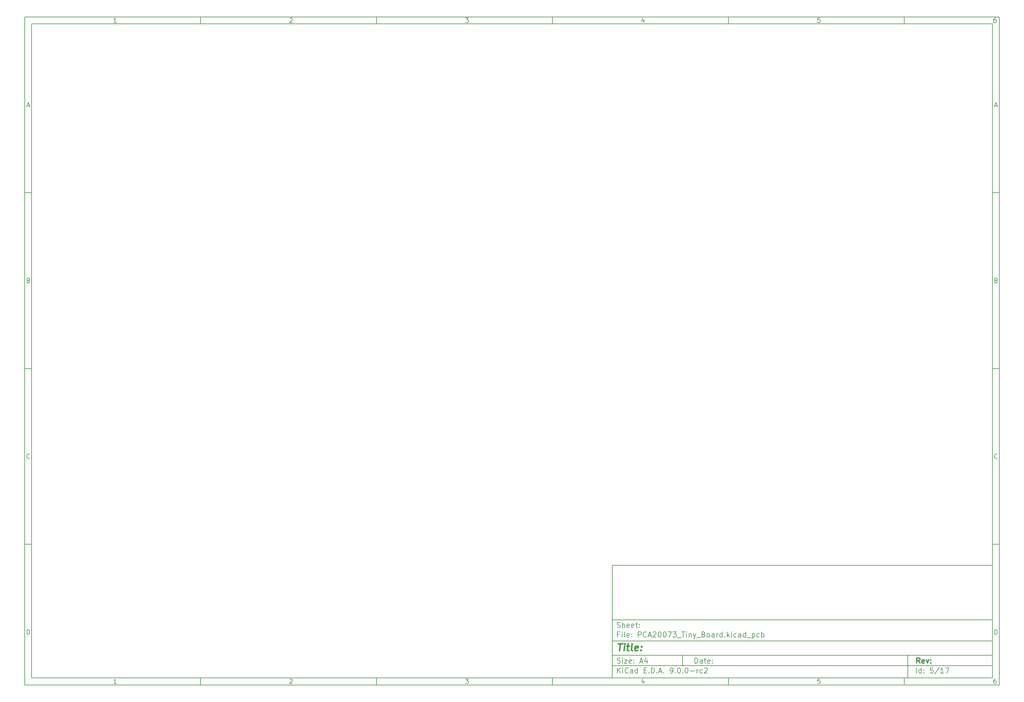
<source format=gbr>
G04 #@! TF.GenerationSoftware,KiCad,Pcbnew,9.0.0-rc2-3baa6cd791~182~ubuntu24.04.1*
G04 #@! TF.CreationDate,2025-02-06T23:09:26-05:00*
G04 #@! TF.ProjectId,PCA20073_Tiny_Board,50434132-3030-4373-935f-54696e795f42,rev?*
G04 #@! TF.SameCoordinates,PX82a22f1PY713a4f2*
G04 #@! TF.FileFunction,Glue,Top*
G04 #@! TF.FilePolarity,Positive*
%FSLAX46Y46*%
G04 Gerber Fmt 4.6, Leading zero omitted, Abs format (unit mm)*
G04 Created by KiCad (PCBNEW 9.0.0-rc2-3baa6cd791~182~ubuntu24.04.1) date 2025-02-06 23:09:26*
%MOMM*%
%LPD*%
G01*
G04 APERTURE LIST*
%ADD10C,0.100000*%
%ADD11C,0.150000*%
%ADD12C,0.300000*%
%ADD13C,0.400000*%
%ADD14C,0.066667*%
%ADD15C,0.093333*%
G04 APERTURE END LIST*
D10*
D11*
X40023015Y-47279278D02*
X148023015Y-47279278D01*
X148023015Y-79279278D01*
X40023015Y-79279278D01*
X40023015Y-47279278D01*
D10*
D11*
X-126979185Y108727922D02*
X150023015Y108727922D01*
X150023015Y-81279278D01*
X-126979185Y-81279278D01*
X-126979185Y108727922D01*
D10*
D11*
X-124979185Y106727922D02*
X148023015Y106727922D01*
X148023015Y-79279278D01*
X-124979185Y-79279278D01*
X-124979185Y106727922D01*
D10*
D11*
X-76979185Y106727922D02*
X-76979185Y108727922D01*
D10*
D11*
X-26979185Y106727922D02*
X-26979185Y108727922D01*
D10*
D11*
X23020815Y106727922D02*
X23020815Y108727922D01*
D10*
D11*
X73020815Y106727922D02*
X73020815Y108727922D01*
D10*
D11*
X123020815Y106727922D02*
X123020815Y108727922D01*
D10*
D11*
X-100890025Y107134318D02*
X-101632882Y107134318D01*
X-101261454Y107134318D02*
X-101261454Y108434318D01*
X-101261454Y108434318D02*
X-101385263Y108248603D01*
X-101385263Y108248603D02*
X-101509073Y108124794D01*
X-101509073Y108124794D02*
X-101632882Y108062889D01*
D10*
D11*
X-51632882Y108310508D02*
X-51570978Y108372413D01*
X-51570978Y108372413D02*
X-51447168Y108434318D01*
X-51447168Y108434318D02*
X-51137644Y108434318D01*
X-51137644Y108434318D02*
X-51013835Y108372413D01*
X-51013835Y108372413D02*
X-50951930Y108310508D01*
X-50951930Y108310508D02*
X-50890025Y108186699D01*
X-50890025Y108186699D02*
X-50890025Y108062889D01*
X-50890025Y108062889D02*
X-50951930Y107877175D01*
X-50951930Y107877175D02*
X-51694787Y107134318D01*
X-51694787Y107134318D02*
X-50890025Y107134318D01*
D10*
D11*
X-1694787Y108434318D02*
X-890025Y108434318D01*
X-890025Y108434318D02*
X-1323359Y107939080D01*
X-1323359Y107939080D02*
X-1137644Y107939080D01*
X-1137644Y107939080D02*
X-1013835Y107877175D01*
X-1013835Y107877175D02*
X-951930Y107815270D01*
X-951930Y107815270D02*
X-890025Y107691461D01*
X-890025Y107691461D02*
X-890025Y107381937D01*
X-890025Y107381937D02*
X-951930Y107258127D01*
X-951930Y107258127D02*
X-1013835Y107196222D01*
X-1013835Y107196222D02*
X-1137644Y107134318D01*
X-1137644Y107134318D02*
X-1509073Y107134318D01*
X-1509073Y107134318D02*
X-1632882Y107196222D01*
X-1632882Y107196222D02*
X-1694787Y107258127D01*
D10*
D11*
X48986165Y108000984D02*
X48986165Y107134318D01*
X48676641Y108496222D02*
X48367118Y107567651D01*
X48367118Y107567651D02*
X49171879Y107567651D01*
D10*
D11*
X99048070Y108434318D02*
X98429022Y108434318D01*
X98429022Y108434318D02*
X98367118Y107815270D01*
X98367118Y107815270D02*
X98429022Y107877175D01*
X98429022Y107877175D02*
X98552832Y107939080D01*
X98552832Y107939080D02*
X98862356Y107939080D01*
X98862356Y107939080D02*
X98986165Y107877175D01*
X98986165Y107877175D02*
X99048070Y107815270D01*
X99048070Y107815270D02*
X99109975Y107691461D01*
X99109975Y107691461D02*
X99109975Y107381937D01*
X99109975Y107381937D02*
X99048070Y107258127D01*
X99048070Y107258127D02*
X98986165Y107196222D01*
X98986165Y107196222D02*
X98862356Y107134318D01*
X98862356Y107134318D02*
X98552832Y107134318D01*
X98552832Y107134318D02*
X98429022Y107196222D01*
X98429022Y107196222D02*
X98367118Y107258127D01*
D10*
D11*
X148986165Y108434318D02*
X148738546Y108434318D01*
X148738546Y108434318D02*
X148614737Y108372413D01*
X148614737Y108372413D02*
X148552832Y108310508D01*
X148552832Y108310508D02*
X148429022Y108124794D01*
X148429022Y108124794D02*
X148367118Y107877175D01*
X148367118Y107877175D02*
X148367118Y107381937D01*
X148367118Y107381937D02*
X148429022Y107258127D01*
X148429022Y107258127D02*
X148490927Y107196222D01*
X148490927Y107196222D02*
X148614737Y107134318D01*
X148614737Y107134318D02*
X148862356Y107134318D01*
X148862356Y107134318D02*
X148986165Y107196222D01*
X148986165Y107196222D02*
X149048070Y107258127D01*
X149048070Y107258127D02*
X149109975Y107381937D01*
X149109975Y107381937D02*
X149109975Y107691461D01*
X149109975Y107691461D02*
X149048070Y107815270D01*
X149048070Y107815270D02*
X148986165Y107877175D01*
X148986165Y107877175D02*
X148862356Y107939080D01*
X148862356Y107939080D02*
X148614737Y107939080D01*
X148614737Y107939080D02*
X148490927Y107877175D01*
X148490927Y107877175D02*
X148429022Y107815270D01*
X148429022Y107815270D02*
X148367118Y107691461D01*
D10*
D11*
X-76979185Y-79279278D02*
X-76979185Y-81279278D01*
D10*
D11*
X-26979185Y-79279278D02*
X-26979185Y-81279278D01*
D10*
D11*
X23020815Y-79279278D02*
X23020815Y-81279278D01*
D10*
D11*
X73020815Y-79279278D02*
X73020815Y-81279278D01*
D10*
D11*
X123020815Y-79279278D02*
X123020815Y-81279278D01*
D10*
D11*
X-100890025Y-80872882D02*
X-101632882Y-80872882D01*
X-101261454Y-80872882D02*
X-101261454Y-79572882D01*
X-101261454Y-79572882D02*
X-101385263Y-79758597D01*
X-101385263Y-79758597D02*
X-101509073Y-79882406D01*
X-101509073Y-79882406D02*
X-101632882Y-79944311D01*
D10*
D11*
X-51632882Y-79696692D02*
X-51570978Y-79634787D01*
X-51570978Y-79634787D02*
X-51447168Y-79572882D01*
X-51447168Y-79572882D02*
X-51137644Y-79572882D01*
X-51137644Y-79572882D02*
X-51013835Y-79634787D01*
X-51013835Y-79634787D02*
X-50951930Y-79696692D01*
X-50951930Y-79696692D02*
X-50890025Y-79820501D01*
X-50890025Y-79820501D02*
X-50890025Y-79944311D01*
X-50890025Y-79944311D02*
X-50951930Y-80130025D01*
X-50951930Y-80130025D02*
X-51694787Y-80872882D01*
X-51694787Y-80872882D02*
X-50890025Y-80872882D01*
D10*
D11*
X-1694787Y-79572882D02*
X-890025Y-79572882D01*
X-890025Y-79572882D02*
X-1323359Y-80068120D01*
X-1323359Y-80068120D02*
X-1137644Y-80068120D01*
X-1137644Y-80068120D02*
X-1013835Y-80130025D01*
X-1013835Y-80130025D02*
X-951930Y-80191930D01*
X-951930Y-80191930D02*
X-890025Y-80315739D01*
X-890025Y-80315739D02*
X-890025Y-80625263D01*
X-890025Y-80625263D02*
X-951930Y-80749073D01*
X-951930Y-80749073D02*
X-1013835Y-80810978D01*
X-1013835Y-80810978D02*
X-1137644Y-80872882D01*
X-1137644Y-80872882D02*
X-1509073Y-80872882D01*
X-1509073Y-80872882D02*
X-1632882Y-80810978D01*
X-1632882Y-80810978D02*
X-1694787Y-80749073D01*
D10*
D11*
X48986165Y-80006216D02*
X48986165Y-80872882D01*
X48676641Y-79510978D02*
X48367118Y-80439549D01*
X48367118Y-80439549D02*
X49171879Y-80439549D01*
D10*
D11*
X99048070Y-79572882D02*
X98429022Y-79572882D01*
X98429022Y-79572882D02*
X98367118Y-80191930D01*
X98367118Y-80191930D02*
X98429022Y-80130025D01*
X98429022Y-80130025D02*
X98552832Y-80068120D01*
X98552832Y-80068120D02*
X98862356Y-80068120D01*
X98862356Y-80068120D02*
X98986165Y-80130025D01*
X98986165Y-80130025D02*
X99048070Y-80191930D01*
X99048070Y-80191930D02*
X99109975Y-80315739D01*
X99109975Y-80315739D02*
X99109975Y-80625263D01*
X99109975Y-80625263D02*
X99048070Y-80749073D01*
X99048070Y-80749073D02*
X98986165Y-80810978D01*
X98986165Y-80810978D02*
X98862356Y-80872882D01*
X98862356Y-80872882D02*
X98552832Y-80872882D01*
X98552832Y-80872882D02*
X98429022Y-80810978D01*
X98429022Y-80810978D02*
X98367118Y-80749073D01*
D10*
D11*
X148986165Y-79572882D02*
X148738546Y-79572882D01*
X148738546Y-79572882D02*
X148614737Y-79634787D01*
X148614737Y-79634787D02*
X148552832Y-79696692D01*
X148552832Y-79696692D02*
X148429022Y-79882406D01*
X148429022Y-79882406D02*
X148367118Y-80130025D01*
X148367118Y-80130025D02*
X148367118Y-80625263D01*
X148367118Y-80625263D02*
X148429022Y-80749073D01*
X148429022Y-80749073D02*
X148490927Y-80810978D01*
X148490927Y-80810978D02*
X148614737Y-80872882D01*
X148614737Y-80872882D02*
X148862356Y-80872882D01*
X148862356Y-80872882D02*
X148986165Y-80810978D01*
X148986165Y-80810978D02*
X149048070Y-80749073D01*
X149048070Y-80749073D02*
X149109975Y-80625263D01*
X149109975Y-80625263D02*
X149109975Y-80315739D01*
X149109975Y-80315739D02*
X149048070Y-80191930D01*
X149048070Y-80191930D02*
X148986165Y-80130025D01*
X148986165Y-80130025D02*
X148862356Y-80068120D01*
X148862356Y-80068120D02*
X148614737Y-80068120D01*
X148614737Y-80068120D02*
X148490927Y-80130025D01*
X148490927Y-80130025D02*
X148429022Y-80191930D01*
X148429022Y-80191930D02*
X148367118Y-80315739D01*
D10*
D11*
X-126979185Y58727922D02*
X-124979185Y58727922D01*
D10*
D11*
X-126979185Y8727922D02*
X-124979185Y8727922D01*
D10*
D11*
X-126979185Y-41272078D02*
X-124979185Y-41272078D01*
D10*
D11*
X-126288709Y83505746D02*
X-125669662Y83505746D01*
X-126412519Y83134318D02*
X-125979186Y84434318D01*
X-125979186Y84434318D02*
X-125545852Y83134318D01*
D10*
D11*
X-125886328Y33815270D02*
X-125700614Y33753365D01*
X-125700614Y33753365D02*
X-125638709Y33691461D01*
X-125638709Y33691461D02*
X-125576805Y33567651D01*
X-125576805Y33567651D02*
X-125576805Y33381937D01*
X-125576805Y33381937D02*
X-125638709Y33258127D01*
X-125638709Y33258127D02*
X-125700614Y33196222D01*
X-125700614Y33196222D02*
X-125824424Y33134318D01*
X-125824424Y33134318D02*
X-126319662Y33134318D01*
X-126319662Y33134318D02*
X-126319662Y34434318D01*
X-126319662Y34434318D02*
X-125886328Y34434318D01*
X-125886328Y34434318D02*
X-125762519Y34372413D01*
X-125762519Y34372413D02*
X-125700614Y34310508D01*
X-125700614Y34310508D02*
X-125638709Y34186699D01*
X-125638709Y34186699D02*
X-125638709Y34062889D01*
X-125638709Y34062889D02*
X-125700614Y33939080D01*
X-125700614Y33939080D02*
X-125762519Y33877175D01*
X-125762519Y33877175D02*
X-125886328Y33815270D01*
X-125886328Y33815270D02*
X-126319662Y33815270D01*
D10*
D11*
X-125576805Y-16741873D02*
X-125638709Y-16803778D01*
X-125638709Y-16803778D02*
X-125824424Y-16865682D01*
X-125824424Y-16865682D02*
X-125948233Y-16865682D01*
X-125948233Y-16865682D02*
X-126133947Y-16803778D01*
X-126133947Y-16803778D02*
X-126257757Y-16679968D01*
X-126257757Y-16679968D02*
X-126319662Y-16556158D01*
X-126319662Y-16556158D02*
X-126381566Y-16308539D01*
X-126381566Y-16308539D02*
X-126381566Y-16122825D01*
X-126381566Y-16122825D02*
X-126319662Y-15875206D01*
X-126319662Y-15875206D02*
X-126257757Y-15751397D01*
X-126257757Y-15751397D02*
X-126133947Y-15627587D01*
X-126133947Y-15627587D02*
X-125948233Y-15565682D01*
X-125948233Y-15565682D02*
X-125824424Y-15565682D01*
X-125824424Y-15565682D02*
X-125638709Y-15627587D01*
X-125638709Y-15627587D02*
X-125576805Y-15689492D01*
D10*
D11*
X-126319662Y-66865682D02*
X-126319662Y-65565682D01*
X-126319662Y-65565682D02*
X-126010138Y-65565682D01*
X-126010138Y-65565682D02*
X-125824424Y-65627587D01*
X-125824424Y-65627587D02*
X-125700614Y-65751397D01*
X-125700614Y-65751397D02*
X-125638709Y-65875206D01*
X-125638709Y-65875206D02*
X-125576805Y-66122825D01*
X-125576805Y-66122825D02*
X-125576805Y-66308539D01*
X-125576805Y-66308539D02*
X-125638709Y-66556158D01*
X-125638709Y-66556158D02*
X-125700614Y-66679968D01*
X-125700614Y-66679968D02*
X-125824424Y-66803778D01*
X-125824424Y-66803778D02*
X-126010138Y-66865682D01*
X-126010138Y-66865682D02*
X-126319662Y-66865682D01*
D10*
D11*
X150023015Y58727922D02*
X148023015Y58727922D01*
D10*
D11*
X150023015Y8727922D02*
X148023015Y8727922D01*
D10*
D11*
X150023015Y-41272078D02*
X148023015Y-41272078D01*
D10*
D11*
X148713491Y83505746D02*
X149332538Y83505746D01*
X148589681Y83134318D02*
X149023014Y84434318D01*
X149023014Y84434318D02*
X149456348Y83134318D01*
D10*
D11*
X149115872Y33815270D02*
X149301586Y33753365D01*
X149301586Y33753365D02*
X149363491Y33691461D01*
X149363491Y33691461D02*
X149425395Y33567651D01*
X149425395Y33567651D02*
X149425395Y33381937D01*
X149425395Y33381937D02*
X149363491Y33258127D01*
X149363491Y33258127D02*
X149301586Y33196222D01*
X149301586Y33196222D02*
X149177776Y33134318D01*
X149177776Y33134318D02*
X148682538Y33134318D01*
X148682538Y33134318D02*
X148682538Y34434318D01*
X148682538Y34434318D02*
X149115872Y34434318D01*
X149115872Y34434318D02*
X149239681Y34372413D01*
X149239681Y34372413D02*
X149301586Y34310508D01*
X149301586Y34310508D02*
X149363491Y34186699D01*
X149363491Y34186699D02*
X149363491Y34062889D01*
X149363491Y34062889D02*
X149301586Y33939080D01*
X149301586Y33939080D02*
X149239681Y33877175D01*
X149239681Y33877175D02*
X149115872Y33815270D01*
X149115872Y33815270D02*
X148682538Y33815270D01*
D10*
D11*
X149425395Y-16741873D02*
X149363491Y-16803778D01*
X149363491Y-16803778D02*
X149177776Y-16865682D01*
X149177776Y-16865682D02*
X149053967Y-16865682D01*
X149053967Y-16865682D02*
X148868253Y-16803778D01*
X148868253Y-16803778D02*
X148744443Y-16679968D01*
X148744443Y-16679968D02*
X148682538Y-16556158D01*
X148682538Y-16556158D02*
X148620634Y-16308539D01*
X148620634Y-16308539D02*
X148620634Y-16122825D01*
X148620634Y-16122825D02*
X148682538Y-15875206D01*
X148682538Y-15875206D02*
X148744443Y-15751397D01*
X148744443Y-15751397D02*
X148868253Y-15627587D01*
X148868253Y-15627587D02*
X149053967Y-15565682D01*
X149053967Y-15565682D02*
X149177776Y-15565682D01*
X149177776Y-15565682D02*
X149363491Y-15627587D01*
X149363491Y-15627587D02*
X149425395Y-15689492D01*
D10*
D11*
X148682538Y-66865682D02*
X148682538Y-65565682D01*
X148682538Y-65565682D02*
X148992062Y-65565682D01*
X148992062Y-65565682D02*
X149177776Y-65627587D01*
X149177776Y-65627587D02*
X149301586Y-65751397D01*
X149301586Y-65751397D02*
X149363491Y-65875206D01*
X149363491Y-65875206D02*
X149425395Y-66122825D01*
X149425395Y-66122825D02*
X149425395Y-66308539D01*
X149425395Y-66308539D02*
X149363491Y-66556158D01*
X149363491Y-66556158D02*
X149301586Y-66679968D01*
X149301586Y-66679968D02*
X149177776Y-66803778D01*
X149177776Y-66803778D02*
X148992062Y-66865682D01*
X148992062Y-66865682D02*
X148682538Y-66865682D01*
D10*
D11*
X63478841Y-75065406D02*
X63478841Y-73565406D01*
X63478841Y-73565406D02*
X63835984Y-73565406D01*
X63835984Y-73565406D02*
X64050270Y-73636835D01*
X64050270Y-73636835D02*
X64193127Y-73779692D01*
X64193127Y-73779692D02*
X64264556Y-73922549D01*
X64264556Y-73922549D02*
X64335984Y-74208263D01*
X64335984Y-74208263D02*
X64335984Y-74422549D01*
X64335984Y-74422549D02*
X64264556Y-74708263D01*
X64264556Y-74708263D02*
X64193127Y-74851120D01*
X64193127Y-74851120D02*
X64050270Y-74993978D01*
X64050270Y-74993978D02*
X63835984Y-75065406D01*
X63835984Y-75065406D02*
X63478841Y-75065406D01*
X65621699Y-75065406D02*
X65621699Y-74279692D01*
X65621699Y-74279692D02*
X65550270Y-74136835D01*
X65550270Y-74136835D02*
X65407413Y-74065406D01*
X65407413Y-74065406D02*
X65121699Y-74065406D01*
X65121699Y-74065406D02*
X64978841Y-74136835D01*
X65621699Y-74993978D02*
X65478841Y-75065406D01*
X65478841Y-75065406D02*
X65121699Y-75065406D01*
X65121699Y-75065406D02*
X64978841Y-74993978D01*
X64978841Y-74993978D02*
X64907413Y-74851120D01*
X64907413Y-74851120D02*
X64907413Y-74708263D01*
X64907413Y-74708263D02*
X64978841Y-74565406D01*
X64978841Y-74565406D02*
X65121699Y-74493978D01*
X65121699Y-74493978D02*
X65478841Y-74493978D01*
X65478841Y-74493978D02*
X65621699Y-74422549D01*
X66121699Y-74065406D02*
X66693127Y-74065406D01*
X66335984Y-73565406D02*
X66335984Y-74851120D01*
X66335984Y-74851120D02*
X66407413Y-74993978D01*
X66407413Y-74993978D02*
X66550270Y-75065406D01*
X66550270Y-75065406D02*
X66693127Y-75065406D01*
X67764556Y-74993978D02*
X67621699Y-75065406D01*
X67621699Y-75065406D02*
X67335985Y-75065406D01*
X67335985Y-75065406D02*
X67193127Y-74993978D01*
X67193127Y-74993978D02*
X67121699Y-74851120D01*
X67121699Y-74851120D02*
X67121699Y-74279692D01*
X67121699Y-74279692D02*
X67193127Y-74136835D01*
X67193127Y-74136835D02*
X67335985Y-74065406D01*
X67335985Y-74065406D02*
X67621699Y-74065406D01*
X67621699Y-74065406D02*
X67764556Y-74136835D01*
X67764556Y-74136835D02*
X67835985Y-74279692D01*
X67835985Y-74279692D02*
X67835985Y-74422549D01*
X67835985Y-74422549D02*
X67121699Y-74565406D01*
X68478841Y-74922549D02*
X68550270Y-74993978D01*
X68550270Y-74993978D02*
X68478841Y-75065406D01*
X68478841Y-75065406D02*
X68407413Y-74993978D01*
X68407413Y-74993978D02*
X68478841Y-74922549D01*
X68478841Y-74922549D02*
X68478841Y-75065406D01*
X68478841Y-74136835D02*
X68550270Y-74208263D01*
X68550270Y-74208263D02*
X68478841Y-74279692D01*
X68478841Y-74279692D02*
X68407413Y-74208263D01*
X68407413Y-74208263D02*
X68478841Y-74136835D01*
X68478841Y-74136835D02*
X68478841Y-74279692D01*
D10*
D11*
X40023015Y-75779278D02*
X148023015Y-75779278D01*
D10*
D11*
X41478841Y-77865406D02*
X41478841Y-76365406D01*
X42335984Y-77865406D02*
X41693127Y-77008263D01*
X42335984Y-76365406D02*
X41478841Y-77222549D01*
X42978841Y-77865406D02*
X42978841Y-76865406D01*
X42978841Y-76365406D02*
X42907413Y-76436835D01*
X42907413Y-76436835D02*
X42978841Y-76508263D01*
X42978841Y-76508263D02*
X43050270Y-76436835D01*
X43050270Y-76436835D02*
X42978841Y-76365406D01*
X42978841Y-76365406D02*
X42978841Y-76508263D01*
X44550270Y-77722549D02*
X44478842Y-77793978D01*
X44478842Y-77793978D02*
X44264556Y-77865406D01*
X44264556Y-77865406D02*
X44121699Y-77865406D01*
X44121699Y-77865406D02*
X43907413Y-77793978D01*
X43907413Y-77793978D02*
X43764556Y-77651120D01*
X43764556Y-77651120D02*
X43693127Y-77508263D01*
X43693127Y-77508263D02*
X43621699Y-77222549D01*
X43621699Y-77222549D02*
X43621699Y-77008263D01*
X43621699Y-77008263D02*
X43693127Y-76722549D01*
X43693127Y-76722549D02*
X43764556Y-76579692D01*
X43764556Y-76579692D02*
X43907413Y-76436835D01*
X43907413Y-76436835D02*
X44121699Y-76365406D01*
X44121699Y-76365406D02*
X44264556Y-76365406D01*
X44264556Y-76365406D02*
X44478842Y-76436835D01*
X44478842Y-76436835D02*
X44550270Y-76508263D01*
X45835985Y-77865406D02*
X45835985Y-77079692D01*
X45835985Y-77079692D02*
X45764556Y-76936835D01*
X45764556Y-76936835D02*
X45621699Y-76865406D01*
X45621699Y-76865406D02*
X45335985Y-76865406D01*
X45335985Y-76865406D02*
X45193127Y-76936835D01*
X45835985Y-77793978D02*
X45693127Y-77865406D01*
X45693127Y-77865406D02*
X45335985Y-77865406D01*
X45335985Y-77865406D02*
X45193127Y-77793978D01*
X45193127Y-77793978D02*
X45121699Y-77651120D01*
X45121699Y-77651120D02*
X45121699Y-77508263D01*
X45121699Y-77508263D02*
X45193127Y-77365406D01*
X45193127Y-77365406D02*
X45335985Y-77293978D01*
X45335985Y-77293978D02*
X45693127Y-77293978D01*
X45693127Y-77293978D02*
X45835985Y-77222549D01*
X47193128Y-77865406D02*
X47193128Y-76365406D01*
X47193128Y-77793978D02*
X47050270Y-77865406D01*
X47050270Y-77865406D02*
X46764556Y-77865406D01*
X46764556Y-77865406D02*
X46621699Y-77793978D01*
X46621699Y-77793978D02*
X46550270Y-77722549D01*
X46550270Y-77722549D02*
X46478842Y-77579692D01*
X46478842Y-77579692D02*
X46478842Y-77151120D01*
X46478842Y-77151120D02*
X46550270Y-77008263D01*
X46550270Y-77008263D02*
X46621699Y-76936835D01*
X46621699Y-76936835D02*
X46764556Y-76865406D01*
X46764556Y-76865406D02*
X47050270Y-76865406D01*
X47050270Y-76865406D02*
X47193128Y-76936835D01*
X49050270Y-77079692D02*
X49550270Y-77079692D01*
X49764556Y-77865406D02*
X49050270Y-77865406D01*
X49050270Y-77865406D02*
X49050270Y-76365406D01*
X49050270Y-76365406D02*
X49764556Y-76365406D01*
X50407413Y-77722549D02*
X50478842Y-77793978D01*
X50478842Y-77793978D02*
X50407413Y-77865406D01*
X50407413Y-77865406D02*
X50335985Y-77793978D01*
X50335985Y-77793978D02*
X50407413Y-77722549D01*
X50407413Y-77722549D02*
X50407413Y-77865406D01*
X51121699Y-77865406D02*
X51121699Y-76365406D01*
X51121699Y-76365406D02*
X51478842Y-76365406D01*
X51478842Y-76365406D02*
X51693128Y-76436835D01*
X51693128Y-76436835D02*
X51835985Y-76579692D01*
X51835985Y-76579692D02*
X51907414Y-76722549D01*
X51907414Y-76722549D02*
X51978842Y-77008263D01*
X51978842Y-77008263D02*
X51978842Y-77222549D01*
X51978842Y-77222549D02*
X51907414Y-77508263D01*
X51907414Y-77508263D02*
X51835985Y-77651120D01*
X51835985Y-77651120D02*
X51693128Y-77793978D01*
X51693128Y-77793978D02*
X51478842Y-77865406D01*
X51478842Y-77865406D02*
X51121699Y-77865406D01*
X52621699Y-77722549D02*
X52693128Y-77793978D01*
X52693128Y-77793978D02*
X52621699Y-77865406D01*
X52621699Y-77865406D02*
X52550271Y-77793978D01*
X52550271Y-77793978D02*
X52621699Y-77722549D01*
X52621699Y-77722549D02*
X52621699Y-77865406D01*
X53264557Y-77436835D02*
X53978843Y-77436835D01*
X53121700Y-77865406D02*
X53621700Y-76365406D01*
X53621700Y-76365406D02*
X54121700Y-77865406D01*
X54621699Y-77722549D02*
X54693128Y-77793978D01*
X54693128Y-77793978D02*
X54621699Y-77865406D01*
X54621699Y-77865406D02*
X54550271Y-77793978D01*
X54550271Y-77793978D02*
X54621699Y-77722549D01*
X54621699Y-77722549D02*
X54621699Y-77865406D01*
X56550271Y-77865406D02*
X56835985Y-77865406D01*
X56835985Y-77865406D02*
X56978842Y-77793978D01*
X56978842Y-77793978D02*
X57050271Y-77722549D01*
X57050271Y-77722549D02*
X57193128Y-77508263D01*
X57193128Y-77508263D02*
X57264557Y-77222549D01*
X57264557Y-77222549D02*
X57264557Y-76651120D01*
X57264557Y-76651120D02*
X57193128Y-76508263D01*
X57193128Y-76508263D02*
X57121700Y-76436835D01*
X57121700Y-76436835D02*
X56978842Y-76365406D01*
X56978842Y-76365406D02*
X56693128Y-76365406D01*
X56693128Y-76365406D02*
X56550271Y-76436835D01*
X56550271Y-76436835D02*
X56478842Y-76508263D01*
X56478842Y-76508263D02*
X56407414Y-76651120D01*
X56407414Y-76651120D02*
X56407414Y-77008263D01*
X56407414Y-77008263D02*
X56478842Y-77151120D01*
X56478842Y-77151120D02*
X56550271Y-77222549D01*
X56550271Y-77222549D02*
X56693128Y-77293978D01*
X56693128Y-77293978D02*
X56978842Y-77293978D01*
X56978842Y-77293978D02*
X57121700Y-77222549D01*
X57121700Y-77222549D02*
X57193128Y-77151120D01*
X57193128Y-77151120D02*
X57264557Y-77008263D01*
X57907413Y-77722549D02*
X57978842Y-77793978D01*
X57978842Y-77793978D02*
X57907413Y-77865406D01*
X57907413Y-77865406D02*
X57835985Y-77793978D01*
X57835985Y-77793978D02*
X57907413Y-77722549D01*
X57907413Y-77722549D02*
X57907413Y-77865406D01*
X58907414Y-76365406D02*
X59050271Y-76365406D01*
X59050271Y-76365406D02*
X59193128Y-76436835D01*
X59193128Y-76436835D02*
X59264557Y-76508263D01*
X59264557Y-76508263D02*
X59335985Y-76651120D01*
X59335985Y-76651120D02*
X59407414Y-76936835D01*
X59407414Y-76936835D02*
X59407414Y-77293978D01*
X59407414Y-77293978D02*
X59335985Y-77579692D01*
X59335985Y-77579692D02*
X59264557Y-77722549D01*
X59264557Y-77722549D02*
X59193128Y-77793978D01*
X59193128Y-77793978D02*
X59050271Y-77865406D01*
X59050271Y-77865406D02*
X58907414Y-77865406D01*
X58907414Y-77865406D02*
X58764557Y-77793978D01*
X58764557Y-77793978D02*
X58693128Y-77722549D01*
X58693128Y-77722549D02*
X58621699Y-77579692D01*
X58621699Y-77579692D02*
X58550271Y-77293978D01*
X58550271Y-77293978D02*
X58550271Y-76936835D01*
X58550271Y-76936835D02*
X58621699Y-76651120D01*
X58621699Y-76651120D02*
X58693128Y-76508263D01*
X58693128Y-76508263D02*
X58764557Y-76436835D01*
X58764557Y-76436835D02*
X58907414Y-76365406D01*
X60050270Y-77722549D02*
X60121699Y-77793978D01*
X60121699Y-77793978D02*
X60050270Y-77865406D01*
X60050270Y-77865406D02*
X59978842Y-77793978D01*
X59978842Y-77793978D02*
X60050270Y-77722549D01*
X60050270Y-77722549D02*
X60050270Y-77865406D01*
X61050271Y-76365406D02*
X61193128Y-76365406D01*
X61193128Y-76365406D02*
X61335985Y-76436835D01*
X61335985Y-76436835D02*
X61407414Y-76508263D01*
X61407414Y-76508263D02*
X61478842Y-76651120D01*
X61478842Y-76651120D02*
X61550271Y-76936835D01*
X61550271Y-76936835D02*
X61550271Y-77293978D01*
X61550271Y-77293978D02*
X61478842Y-77579692D01*
X61478842Y-77579692D02*
X61407414Y-77722549D01*
X61407414Y-77722549D02*
X61335985Y-77793978D01*
X61335985Y-77793978D02*
X61193128Y-77865406D01*
X61193128Y-77865406D02*
X61050271Y-77865406D01*
X61050271Y-77865406D02*
X60907414Y-77793978D01*
X60907414Y-77793978D02*
X60835985Y-77722549D01*
X60835985Y-77722549D02*
X60764556Y-77579692D01*
X60764556Y-77579692D02*
X60693128Y-77293978D01*
X60693128Y-77293978D02*
X60693128Y-76936835D01*
X60693128Y-76936835D02*
X60764556Y-76651120D01*
X60764556Y-76651120D02*
X60835985Y-76508263D01*
X60835985Y-76508263D02*
X60907414Y-76436835D01*
X60907414Y-76436835D02*
X61050271Y-76365406D01*
X62193127Y-77293978D02*
X63335985Y-77293978D01*
X64050270Y-77865406D02*
X64050270Y-76865406D01*
X64050270Y-77151120D02*
X64121699Y-77008263D01*
X64121699Y-77008263D02*
X64193128Y-76936835D01*
X64193128Y-76936835D02*
X64335985Y-76865406D01*
X64335985Y-76865406D02*
X64478842Y-76865406D01*
X65621699Y-77793978D02*
X65478841Y-77865406D01*
X65478841Y-77865406D02*
X65193127Y-77865406D01*
X65193127Y-77865406D02*
X65050270Y-77793978D01*
X65050270Y-77793978D02*
X64978841Y-77722549D01*
X64978841Y-77722549D02*
X64907413Y-77579692D01*
X64907413Y-77579692D02*
X64907413Y-77151120D01*
X64907413Y-77151120D02*
X64978841Y-77008263D01*
X64978841Y-77008263D02*
X65050270Y-76936835D01*
X65050270Y-76936835D02*
X65193127Y-76865406D01*
X65193127Y-76865406D02*
X65478841Y-76865406D01*
X65478841Y-76865406D02*
X65621699Y-76936835D01*
X66193127Y-76508263D02*
X66264555Y-76436835D01*
X66264555Y-76436835D02*
X66407413Y-76365406D01*
X66407413Y-76365406D02*
X66764555Y-76365406D01*
X66764555Y-76365406D02*
X66907413Y-76436835D01*
X66907413Y-76436835D02*
X66978841Y-76508263D01*
X66978841Y-76508263D02*
X67050270Y-76651120D01*
X67050270Y-76651120D02*
X67050270Y-76793978D01*
X67050270Y-76793978D02*
X66978841Y-77008263D01*
X66978841Y-77008263D02*
X66121698Y-77865406D01*
X66121698Y-77865406D02*
X67050270Y-77865406D01*
D10*
D11*
X40023015Y-72779278D02*
X148023015Y-72779278D01*
D10*
D12*
X127434668Y-75057606D02*
X126934668Y-74343320D01*
X126577525Y-75057606D02*
X126577525Y-73557606D01*
X126577525Y-73557606D02*
X127148954Y-73557606D01*
X127148954Y-73557606D02*
X127291811Y-73629035D01*
X127291811Y-73629035D02*
X127363240Y-73700463D01*
X127363240Y-73700463D02*
X127434668Y-73843320D01*
X127434668Y-73843320D02*
X127434668Y-74057606D01*
X127434668Y-74057606D02*
X127363240Y-74200463D01*
X127363240Y-74200463D02*
X127291811Y-74271892D01*
X127291811Y-74271892D02*
X127148954Y-74343320D01*
X127148954Y-74343320D02*
X126577525Y-74343320D01*
X128648954Y-74986178D02*
X128506097Y-75057606D01*
X128506097Y-75057606D02*
X128220383Y-75057606D01*
X128220383Y-75057606D02*
X128077525Y-74986178D01*
X128077525Y-74986178D02*
X128006097Y-74843320D01*
X128006097Y-74843320D02*
X128006097Y-74271892D01*
X128006097Y-74271892D02*
X128077525Y-74129035D01*
X128077525Y-74129035D02*
X128220383Y-74057606D01*
X128220383Y-74057606D02*
X128506097Y-74057606D01*
X128506097Y-74057606D02*
X128648954Y-74129035D01*
X128648954Y-74129035D02*
X128720383Y-74271892D01*
X128720383Y-74271892D02*
X128720383Y-74414749D01*
X128720383Y-74414749D02*
X128006097Y-74557606D01*
X129220382Y-74057606D02*
X129577525Y-75057606D01*
X129577525Y-75057606D02*
X129934668Y-74057606D01*
X130506096Y-74914749D02*
X130577525Y-74986178D01*
X130577525Y-74986178D02*
X130506096Y-75057606D01*
X130506096Y-75057606D02*
X130434668Y-74986178D01*
X130434668Y-74986178D02*
X130506096Y-74914749D01*
X130506096Y-74914749D02*
X130506096Y-75057606D01*
X130506096Y-74129035D02*
X130577525Y-74200463D01*
X130577525Y-74200463D02*
X130506096Y-74271892D01*
X130506096Y-74271892D02*
X130434668Y-74200463D01*
X130434668Y-74200463D02*
X130506096Y-74129035D01*
X130506096Y-74129035D02*
X130506096Y-74271892D01*
D10*
D11*
X41407413Y-74993978D02*
X41621699Y-75065406D01*
X41621699Y-75065406D02*
X41978841Y-75065406D01*
X41978841Y-75065406D02*
X42121699Y-74993978D01*
X42121699Y-74993978D02*
X42193127Y-74922549D01*
X42193127Y-74922549D02*
X42264556Y-74779692D01*
X42264556Y-74779692D02*
X42264556Y-74636835D01*
X42264556Y-74636835D02*
X42193127Y-74493978D01*
X42193127Y-74493978D02*
X42121699Y-74422549D01*
X42121699Y-74422549D02*
X41978841Y-74351120D01*
X41978841Y-74351120D02*
X41693127Y-74279692D01*
X41693127Y-74279692D02*
X41550270Y-74208263D01*
X41550270Y-74208263D02*
X41478841Y-74136835D01*
X41478841Y-74136835D02*
X41407413Y-73993978D01*
X41407413Y-73993978D02*
X41407413Y-73851120D01*
X41407413Y-73851120D02*
X41478841Y-73708263D01*
X41478841Y-73708263D02*
X41550270Y-73636835D01*
X41550270Y-73636835D02*
X41693127Y-73565406D01*
X41693127Y-73565406D02*
X42050270Y-73565406D01*
X42050270Y-73565406D02*
X42264556Y-73636835D01*
X42907412Y-75065406D02*
X42907412Y-74065406D01*
X42907412Y-73565406D02*
X42835984Y-73636835D01*
X42835984Y-73636835D02*
X42907412Y-73708263D01*
X42907412Y-73708263D02*
X42978841Y-73636835D01*
X42978841Y-73636835D02*
X42907412Y-73565406D01*
X42907412Y-73565406D02*
X42907412Y-73708263D01*
X43478841Y-74065406D02*
X44264556Y-74065406D01*
X44264556Y-74065406D02*
X43478841Y-75065406D01*
X43478841Y-75065406D02*
X44264556Y-75065406D01*
X45407413Y-74993978D02*
X45264556Y-75065406D01*
X45264556Y-75065406D02*
X44978842Y-75065406D01*
X44978842Y-75065406D02*
X44835984Y-74993978D01*
X44835984Y-74993978D02*
X44764556Y-74851120D01*
X44764556Y-74851120D02*
X44764556Y-74279692D01*
X44764556Y-74279692D02*
X44835984Y-74136835D01*
X44835984Y-74136835D02*
X44978842Y-74065406D01*
X44978842Y-74065406D02*
X45264556Y-74065406D01*
X45264556Y-74065406D02*
X45407413Y-74136835D01*
X45407413Y-74136835D02*
X45478842Y-74279692D01*
X45478842Y-74279692D02*
X45478842Y-74422549D01*
X45478842Y-74422549D02*
X44764556Y-74565406D01*
X46121698Y-74922549D02*
X46193127Y-74993978D01*
X46193127Y-74993978D02*
X46121698Y-75065406D01*
X46121698Y-75065406D02*
X46050270Y-74993978D01*
X46050270Y-74993978D02*
X46121698Y-74922549D01*
X46121698Y-74922549D02*
X46121698Y-75065406D01*
X46121698Y-74136835D02*
X46193127Y-74208263D01*
X46193127Y-74208263D02*
X46121698Y-74279692D01*
X46121698Y-74279692D02*
X46050270Y-74208263D01*
X46050270Y-74208263D02*
X46121698Y-74136835D01*
X46121698Y-74136835D02*
X46121698Y-74279692D01*
X47907413Y-74636835D02*
X48621699Y-74636835D01*
X47764556Y-75065406D02*
X48264556Y-73565406D01*
X48264556Y-73565406D02*
X48764556Y-75065406D01*
X49907413Y-74065406D02*
X49907413Y-75065406D01*
X49550270Y-73493978D02*
X49193127Y-74565406D01*
X49193127Y-74565406D02*
X50121698Y-74565406D01*
D10*
D11*
X126478841Y-77865406D02*
X126478841Y-76365406D01*
X127835985Y-77865406D02*
X127835985Y-76365406D01*
X127835985Y-77793978D02*
X127693127Y-77865406D01*
X127693127Y-77865406D02*
X127407413Y-77865406D01*
X127407413Y-77865406D02*
X127264556Y-77793978D01*
X127264556Y-77793978D02*
X127193127Y-77722549D01*
X127193127Y-77722549D02*
X127121699Y-77579692D01*
X127121699Y-77579692D02*
X127121699Y-77151120D01*
X127121699Y-77151120D02*
X127193127Y-77008263D01*
X127193127Y-77008263D02*
X127264556Y-76936835D01*
X127264556Y-76936835D02*
X127407413Y-76865406D01*
X127407413Y-76865406D02*
X127693127Y-76865406D01*
X127693127Y-76865406D02*
X127835985Y-76936835D01*
X128550270Y-77722549D02*
X128621699Y-77793978D01*
X128621699Y-77793978D02*
X128550270Y-77865406D01*
X128550270Y-77865406D02*
X128478842Y-77793978D01*
X128478842Y-77793978D02*
X128550270Y-77722549D01*
X128550270Y-77722549D02*
X128550270Y-77865406D01*
X128550270Y-76936835D02*
X128621699Y-77008263D01*
X128621699Y-77008263D02*
X128550270Y-77079692D01*
X128550270Y-77079692D02*
X128478842Y-77008263D01*
X128478842Y-77008263D02*
X128550270Y-76936835D01*
X128550270Y-76936835D02*
X128550270Y-77079692D01*
X131121699Y-76365406D02*
X130407413Y-76365406D01*
X130407413Y-76365406D02*
X130335985Y-77079692D01*
X130335985Y-77079692D02*
X130407413Y-77008263D01*
X130407413Y-77008263D02*
X130550271Y-76936835D01*
X130550271Y-76936835D02*
X130907413Y-76936835D01*
X130907413Y-76936835D02*
X131050271Y-77008263D01*
X131050271Y-77008263D02*
X131121699Y-77079692D01*
X131121699Y-77079692D02*
X131193128Y-77222549D01*
X131193128Y-77222549D02*
X131193128Y-77579692D01*
X131193128Y-77579692D02*
X131121699Y-77722549D01*
X131121699Y-77722549D02*
X131050271Y-77793978D01*
X131050271Y-77793978D02*
X130907413Y-77865406D01*
X130907413Y-77865406D02*
X130550271Y-77865406D01*
X130550271Y-77865406D02*
X130407413Y-77793978D01*
X130407413Y-77793978D02*
X130335985Y-77722549D01*
X132907413Y-76293978D02*
X131621699Y-78222549D01*
X134193128Y-77865406D02*
X133335985Y-77865406D01*
X133764556Y-77865406D02*
X133764556Y-76365406D01*
X133764556Y-76365406D02*
X133621699Y-76579692D01*
X133621699Y-76579692D02*
X133478842Y-76722549D01*
X133478842Y-76722549D02*
X133335985Y-76793978D01*
X134693127Y-76365406D02*
X135693127Y-76365406D01*
X135693127Y-76365406D02*
X135050270Y-77865406D01*
D10*
D11*
X40023015Y-68779278D02*
X148023015Y-68779278D01*
D10*
D13*
X41714743Y-69483716D02*
X42857600Y-69483716D01*
X42036172Y-71483716D02*
X42286172Y-69483716D01*
X43274267Y-71483716D02*
X43440934Y-70150382D01*
X43524267Y-69483716D02*
X43417124Y-69578954D01*
X43417124Y-69578954D02*
X43500458Y-69674192D01*
X43500458Y-69674192D02*
X43607601Y-69578954D01*
X43607601Y-69578954D02*
X43524267Y-69483716D01*
X43524267Y-69483716D02*
X43500458Y-69674192D01*
X44107601Y-70150382D02*
X44869505Y-70150382D01*
X44476648Y-69483716D02*
X44262363Y-71198001D01*
X44262363Y-71198001D02*
X44333791Y-71388478D01*
X44333791Y-71388478D02*
X44512363Y-71483716D01*
X44512363Y-71483716D02*
X44702839Y-71483716D01*
X45655220Y-71483716D02*
X45476648Y-71388478D01*
X45476648Y-71388478D02*
X45405220Y-71198001D01*
X45405220Y-71198001D02*
X45619505Y-69483716D01*
X47190934Y-71388478D02*
X46988553Y-71483716D01*
X46988553Y-71483716D02*
X46607600Y-71483716D01*
X46607600Y-71483716D02*
X46429029Y-71388478D01*
X46429029Y-71388478D02*
X46357600Y-71198001D01*
X46357600Y-71198001D02*
X46452839Y-70436097D01*
X46452839Y-70436097D02*
X46571886Y-70245620D01*
X46571886Y-70245620D02*
X46774267Y-70150382D01*
X46774267Y-70150382D02*
X47155219Y-70150382D01*
X47155219Y-70150382D02*
X47333791Y-70245620D01*
X47333791Y-70245620D02*
X47405219Y-70436097D01*
X47405219Y-70436097D02*
X47381410Y-70626573D01*
X47381410Y-70626573D02*
X46405219Y-70817049D01*
X48155220Y-71293239D02*
X48238553Y-71388478D01*
X48238553Y-71388478D02*
X48131410Y-71483716D01*
X48131410Y-71483716D02*
X48048077Y-71388478D01*
X48048077Y-71388478D02*
X48155220Y-71293239D01*
X48155220Y-71293239D02*
X48131410Y-71483716D01*
X48286172Y-70245620D02*
X48369505Y-70340858D01*
X48369505Y-70340858D02*
X48262363Y-70436097D01*
X48262363Y-70436097D02*
X48179029Y-70340858D01*
X48179029Y-70340858D02*
X48286172Y-70245620D01*
X48286172Y-70245620D02*
X48262363Y-70436097D01*
D10*
D11*
X41978841Y-66879692D02*
X41478841Y-66879692D01*
X41478841Y-67665406D02*
X41478841Y-66165406D01*
X41478841Y-66165406D02*
X42193127Y-66165406D01*
X42764555Y-67665406D02*
X42764555Y-66665406D01*
X42764555Y-66165406D02*
X42693127Y-66236835D01*
X42693127Y-66236835D02*
X42764555Y-66308263D01*
X42764555Y-66308263D02*
X42835984Y-66236835D01*
X42835984Y-66236835D02*
X42764555Y-66165406D01*
X42764555Y-66165406D02*
X42764555Y-66308263D01*
X43693127Y-67665406D02*
X43550270Y-67593978D01*
X43550270Y-67593978D02*
X43478841Y-67451120D01*
X43478841Y-67451120D02*
X43478841Y-66165406D01*
X44835984Y-67593978D02*
X44693127Y-67665406D01*
X44693127Y-67665406D02*
X44407413Y-67665406D01*
X44407413Y-67665406D02*
X44264555Y-67593978D01*
X44264555Y-67593978D02*
X44193127Y-67451120D01*
X44193127Y-67451120D02*
X44193127Y-66879692D01*
X44193127Y-66879692D02*
X44264555Y-66736835D01*
X44264555Y-66736835D02*
X44407413Y-66665406D01*
X44407413Y-66665406D02*
X44693127Y-66665406D01*
X44693127Y-66665406D02*
X44835984Y-66736835D01*
X44835984Y-66736835D02*
X44907413Y-66879692D01*
X44907413Y-66879692D02*
X44907413Y-67022549D01*
X44907413Y-67022549D02*
X44193127Y-67165406D01*
X45550269Y-67522549D02*
X45621698Y-67593978D01*
X45621698Y-67593978D02*
X45550269Y-67665406D01*
X45550269Y-67665406D02*
X45478841Y-67593978D01*
X45478841Y-67593978D02*
X45550269Y-67522549D01*
X45550269Y-67522549D02*
X45550269Y-67665406D01*
X45550269Y-66736835D02*
X45621698Y-66808263D01*
X45621698Y-66808263D02*
X45550269Y-66879692D01*
X45550269Y-66879692D02*
X45478841Y-66808263D01*
X45478841Y-66808263D02*
X45550269Y-66736835D01*
X45550269Y-66736835D02*
X45550269Y-66879692D01*
X47407412Y-67665406D02*
X47407412Y-66165406D01*
X47407412Y-66165406D02*
X47978841Y-66165406D01*
X47978841Y-66165406D02*
X48121698Y-66236835D01*
X48121698Y-66236835D02*
X48193127Y-66308263D01*
X48193127Y-66308263D02*
X48264555Y-66451120D01*
X48264555Y-66451120D02*
X48264555Y-66665406D01*
X48264555Y-66665406D02*
X48193127Y-66808263D01*
X48193127Y-66808263D02*
X48121698Y-66879692D01*
X48121698Y-66879692D02*
X47978841Y-66951120D01*
X47978841Y-66951120D02*
X47407412Y-66951120D01*
X49764555Y-67522549D02*
X49693127Y-67593978D01*
X49693127Y-67593978D02*
X49478841Y-67665406D01*
X49478841Y-67665406D02*
X49335984Y-67665406D01*
X49335984Y-67665406D02*
X49121698Y-67593978D01*
X49121698Y-67593978D02*
X48978841Y-67451120D01*
X48978841Y-67451120D02*
X48907412Y-67308263D01*
X48907412Y-67308263D02*
X48835984Y-67022549D01*
X48835984Y-67022549D02*
X48835984Y-66808263D01*
X48835984Y-66808263D02*
X48907412Y-66522549D01*
X48907412Y-66522549D02*
X48978841Y-66379692D01*
X48978841Y-66379692D02*
X49121698Y-66236835D01*
X49121698Y-66236835D02*
X49335984Y-66165406D01*
X49335984Y-66165406D02*
X49478841Y-66165406D01*
X49478841Y-66165406D02*
X49693127Y-66236835D01*
X49693127Y-66236835D02*
X49764555Y-66308263D01*
X50335984Y-67236835D02*
X51050270Y-67236835D01*
X50193127Y-67665406D02*
X50693127Y-66165406D01*
X50693127Y-66165406D02*
X51193127Y-67665406D01*
X51621698Y-66308263D02*
X51693126Y-66236835D01*
X51693126Y-66236835D02*
X51835984Y-66165406D01*
X51835984Y-66165406D02*
X52193126Y-66165406D01*
X52193126Y-66165406D02*
X52335984Y-66236835D01*
X52335984Y-66236835D02*
X52407412Y-66308263D01*
X52407412Y-66308263D02*
X52478841Y-66451120D01*
X52478841Y-66451120D02*
X52478841Y-66593978D01*
X52478841Y-66593978D02*
X52407412Y-66808263D01*
X52407412Y-66808263D02*
X51550269Y-67665406D01*
X51550269Y-67665406D02*
X52478841Y-67665406D01*
X53407412Y-66165406D02*
X53550269Y-66165406D01*
X53550269Y-66165406D02*
X53693126Y-66236835D01*
X53693126Y-66236835D02*
X53764555Y-66308263D01*
X53764555Y-66308263D02*
X53835983Y-66451120D01*
X53835983Y-66451120D02*
X53907412Y-66736835D01*
X53907412Y-66736835D02*
X53907412Y-67093978D01*
X53907412Y-67093978D02*
X53835983Y-67379692D01*
X53835983Y-67379692D02*
X53764555Y-67522549D01*
X53764555Y-67522549D02*
X53693126Y-67593978D01*
X53693126Y-67593978D02*
X53550269Y-67665406D01*
X53550269Y-67665406D02*
X53407412Y-67665406D01*
X53407412Y-67665406D02*
X53264555Y-67593978D01*
X53264555Y-67593978D02*
X53193126Y-67522549D01*
X53193126Y-67522549D02*
X53121697Y-67379692D01*
X53121697Y-67379692D02*
X53050269Y-67093978D01*
X53050269Y-67093978D02*
X53050269Y-66736835D01*
X53050269Y-66736835D02*
X53121697Y-66451120D01*
X53121697Y-66451120D02*
X53193126Y-66308263D01*
X53193126Y-66308263D02*
X53264555Y-66236835D01*
X53264555Y-66236835D02*
X53407412Y-66165406D01*
X54835983Y-66165406D02*
X54978840Y-66165406D01*
X54978840Y-66165406D02*
X55121697Y-66236835D01*
X55121697Y-66236835D02*
X55193126Y-66308263D01*
X55193126Y-66308263D02*
X55264554Y-66451120D01*
X55264554Y-66451120D02*
X55335983Y-66736835D01*
X55335983Y-66736835D02*
X55335983Y-67093978D01*
X55335983Y-67093978D02*
X55264554Y-67379692D01*
X55264554Y-67379692D02*
X55193126Y-67522549D01*
X55193126Y-67522549D02*
X55121697Y-67593978D01*
X55121697Y-67593978D02*
X54978840Y-67665406D01*
X54978840Y-67665406D02*
X54835983Y-67665406D01*
X54835983Y-67665406D02*
X54693126Y-67593978D01*
X54693126Y-67593978D02*
X54621697Y-67522549D01*
X54621697Y-67522549D02*
X54550268Y-67379692D01*
X54550268Y-67379692D02*
X54478840Y-67093978D01*
X54478840Y-67093978D02*
X54478840Y-66736835D01*
X54478840Y-66736835D02*
X54550268Y-66451120D01*
X54550268Y-66451120D02*
X54621697Y-66308263D01*
X54621697Y-66308263D02*
X54693126Y-66236835D01*
X54693126Y-66236835D02*
X54835983Y-66165406D01*
X55835982Y-66165406D02*
X56835982Y-66165406D01*
X56835982Y-66165406D02*
X56193125Y-67665406D01*
X57264553Y-66165406D02*
X58193125Y-66165406D01*
X58193125Y-66165406D02*
X57693125Y-66736835D01*
X57693125Y-66736835D02*
X57907410Y-66736835D01*
X57907410Y-66736835D02*
X58050268Y-66808263D01*
X58050268Y-66808263D02*
X58121696Y-66879692D01*
X58121696Y-66879692D02*
X58193125Y-67022549D01*
X58193125Y-67022549D02*
X58193125Y-67379692D01*
X58193125Y-67379692D02*
X58121696Y-67522549D01*
X58121696Y-67522549D02*
X58050268Y-67593978D01*
X58050268Y-67593978D02*
X57907410Y-67665406D01*
X57907410Y-67665406D02*
X57478839Y-67665406D01*
X57478839Y-67665406D02*
X57335982Y-67593978D01*
X57335982Y-67593978D02*
X57264553Y-67522549D01*
X58478839Y-67808263D02*
X59621696Y-67808263D01*
X59764553Y-66165406D02*
X60621696Y-66165406D01*
X60193124Y-67665406D02*
X60193124Y-66165406D01*
X61121695Y-67665406D02*
X61121695Y-66665406D01*
X61121695Y-66165406D02*
X61050267Y-66236835D01*
X61050267Y-66236835D02*
X61121695Y-66308263D01*
X61121695Y-66308263D02*
X61193124Y-66236835D01*
X61193124Y-66236835D02*
X61121695Y-66165406D01*
X61121695Y-66165406D02*
X61121695Y-66308263D01*
X61835981Y-66665406D02*
X61835981Y-67665406D01*
X61835981Y-66808263D02*
X61907410Y-66736835D01*
X61907410Y-66736835D02*
X62050267Y-66665406D01*
X62050267Y-66665406D02*
X62264553Y-66665406D01*
X62264553Y-66665406D02*
X62407410Y-66736835D01*
X62407410Y-66736835D02*
X62478839Y-66879692D01*
X62478839Y-66879692D02*
X62478839Y-67665406D01*
X63050267Y-66665406D02*
X63407410Y-67665406D01*
X63764553Y-66665406D02*
X63407410Y-67665406D01*
X63407410Y-67665406D02*
X63264553Y-68022549D01*
X63264553Y-68022549D02*
X63193124Y-68093978D01*
X63193124Y-68093978D02*
X63050267Y-68165406D01*
X63978839Y-67808263D02*
X65121696Y-67808263D01*
X65978838Y-66879692D02*
X66193124Y-66951120D01*
X66193124Y-66951120D02*
X66264553Y-67022549D01*
X66264553Y-67022549D02*
X66335981Y-67165406D01*
X66335981Y-67165406D02*
X66335981Y-67379692D01*
X66335981Y-67379692D02*
X66264553Y-67522549D01*
X66264553Y-67522549D02*
X66193124Y-67593978D01*
X66193124Y-67593978D02*
X66050267Y-67665406D01*
X66050267Y-67665406D02*
X65478838Y-67665406D01*
X65478838Y-67665406D02*
X65478838Y-66165406D01*
X65478838Y-66165406D02*
X65978838Y-66165406D01*
X65978838Y-66165406D02*
X66121696Y-66236835D01*
X66121696Y-66236835D02*
X66193124Y-66308263D01*
X66193124Y-66308263D02*
X66264553Y-66451120D01*
X66264553Y-66451120D02*
X66264553Y-66593978D01*
X66264553Y-66593978D02*
X66193124Y-66736835D01*
X66193124Y-66736835D02*
X66121696Y-66808263D01*
X66121696Y-66808263D02*
X65978838Y-66879692D01*
X65978838Y-66879692D02*
X65478838Y-66879692D01*
X67193124Y-67665406D02*
X67050267Y-67593978D01*
X67050267Y-67593978D02*
X66978838Y-67522549D01*
X66978838Y-67522549D02*
X66907410Y-67379692D01*
X66907410Y-67379692D02*
X66907410Y-66951120D01*
X66907410Y-66951120D02*
X66978838Y-66808263D01*
X66978838Y-66808263D02*
X67050267Y-66736835D01*
X67050267Y-66736835D02*
X67193124Y-66665406D01*
X67193124Y-66665406D02*
X67407410Y-66665406D01*
X67407410Y-66665406D02*
X67550267Y-66736835D01*
X67550267Y-66736835D02*
X67621696Y-66808263D01*
X67621696Y-66808263D02*
X67693124Y-66951120D01*
X67693124Y-66951120D02*
X67693124Y-67379692D01*
X67693124Y-67379692D02*
X67621696Y-67522549D01*
X67621696Y-67522549D02*
X67550267Y-67593978D01*
X67550267Y-67593978D02*
X67407410Y-67665406D01*
X67407410Y-67665406D02*
X67193124Y-67665406D01*
X68978839Y-67665406D02*
X68978839Y-66879692D01*
X68978839Y-66879692D02*
X68907410Y-66736835D01*
X68907410Y-66736835D02*
X68764553Y-66665406D01*
X68764553Y-66665406D02*
X68478839Y-66665406D01*
X68478839Y-66665406D02*
X68335981Y-66736835D01*
X68978839Y-67593978D02*
X68835981Y-67665406D01*
X68835981Y-67665406D02*
X68478839Y-67665406D01*
X68478839Y-67665406D02*
X68335981Y-67593978D01*
X68335981Y-67593978D02*
X68264553Y-67451120D01*
X68264553Y-67451120D02*
X68264553Y-67308263D01*
X68264553Y-67308263D02*
X68335981Y-67165406D01*
X68335981Y-67165406D02*
X68478839Y-67093978D01*
X68478839Y-67093978D02*
X68835981Y-67093978D01*
X68835981Y-67093978D02*
X68978839Y-67022549D01*
X69693124Y-67665406D02*
X69693124Y-66665406D01*
X69693124Y-66951120D02*
X69764553Y-66808263D01*
X69764553Y-66808263D02*
X69835982Y-66736835D01*
X69835982Y-66736835D02*
X69978839Y-66665406D01*
X69978839Y-66665406D02*
X70121696Y-66665406D01*
X71264553Y-67665406D02*
X71264553Y-66165406D01*
X71264553Y-67593978D02*
X71121695Y-67665406D01*
X71121695Y-67665406D02*
X70835981Y-67665406D01*
X70835981Y-67665406D02*
X70693124Y-67593978D01*
X70693124Y-67593978D02*
X70621695Y-67522549D01*
X70621695Y-67522549D02*
X70550267Y-67379692D01*
X70550267Y-67379692D02*
X70550267Y-66951120D01*
X70550267Y-66951120D02*
X70621695Y-66808263D01*
X70621695Y-66808263D02*
X70693124Y-66736835D01*
X70693124Y-66736835D02*
X70835981Y-66665406D01*
X70835981Y-66665406D02*
X71121695Y-66665406D01*
X71121695Y-66665406D02*
X71264553Y-66736835D01*
X71978838Y-67522549D02*
X72050267Y-67593978D01*
X72050267Y-67593978D02*
X71978838Y-67665406D01*
X71978838Y-67665406D02*
X71907410Y-67593978D01*
X71907410Y-67593978D02*
X71978838Y-67522549D01*
X71978838Y-67522549D02*
X71978838Y-67665406D01*
X72693124Y-67665406D02*
X72693124Y-66165406D01*
X72835982Y-67093978D02*
X73264553Y-67665406D01*
X73264553Y-66665406D02*
X72693124Y-67236835D01*
X73907410Y-67665406D02*
X73907410Y-66665406D01*
X73907410Y-66165406D02*
X73835982Y-66236835D01*
X73835982Y-66236835D02*
X73907410Y-66308263D01*
X73907410Y-66308263D02*
X73978839Y-66236835D01*
X73978839Y-66236835D02*
X73907410Y-66165406D01*
X73907410Y-66165406D02*
X73907410Y-66308263D01*
X75264554Y-67593978D02*
X75121696Y-67665406D01*
X75121696Y-67665406D02*
X74835982Y-67665406D01*
X74835982Y-67665406D02*
X74693125Y-67593978D01*
X74693125Y-67593978D02*
X74621696Y-67522549D01*
X74621696Y-67522549D02*
X74550268Y-67379692D01*
X74550268Y-67379692D02*
X74550268Y-66951120D01*
X74550268Y-66951120D02*
X74621696Y-66808263D01*
X74621696Y-66808263D02*
X74693125Y-66736835D01*
X74693125Y-66736835D02*
X74835982Y-66665406D01*
X74835982Y-66665406D02*
X75121696Y-66665406D01*
X75121696Y-66665406D02*
X75264554Y-66736835D01*
X76550268Y-67665406D02*
X76550268Y-66879692D01*
X76550268Y-66879692D02*
X76478839Y-66736835D01*
X76478839Y-66736835D02*
X76335982Y-66665406D01*
X76335982Y-66665406D02*
X76050268Y-66665406D01*
X76050268Y-66665406D02*
X75907410Y-66736835D01*
X76550268Y-67593978D02*
X76407410Y-67665406D01*
X76407410Y-67665406D02*
X76050268Y-67665406D01*
X76050268Y-67665406D02*
X75907410Y-67593978D01*
X75907410Y-67593978D02*
X75835982Y-67451120D01*
X75835982Y-67451120D02*
X75835982Y-67308263D01*
X75835982Y-67308263D02*
X75907410Y-67165406D01*
X75907410Y-67165406D02*
X76050268Y-67093978D01*
X76050268Y-67093978D02*
X76407410Y-67093978D01*
X76407410Y-67093978D02*
X76550268Y-67022549D01*
X77907411Y-67665406D02*
X77907411Y-66165406D01*
X77907411Y-67593978D02*
X77764553Y-67665406D01*
X77764553Y-67665406D02*
X77478839Y-67665406D01*
X77478839Y-67665406D02*
X77335982Y-67593978D01*
X77335982Y-67593978D02*
X77264553Y-67522549D01*
X77264553Y-67522549D02*
X77193125Y-67379692D01*
X77193125Y-67379692D02*
X77193125Y-66951120D01*
X77193125Y-66951120D02*
X77264553Y-66808263D01*
X77264553Y-66808263D02*
X77335982Y-66736835D01*
X77335982Y-66736835D02*
X77478839Y-66665406D01*
X77478839Y-66665406D02*
X77764553Y-66665406D01*
X77764553Y-66665406D02*
X77907411Y-66736835D01*
X78264554Y-67808263D02*
X79407411Y-67808263D01*
X79764553Y-66665406D02*
X79764553Y-68165406D01*
X79764553Y-66736835D02*
X79907411Y-66665406D01*
X79907411Y-66665406D02*
X80193125Y-66665406D01*
X80193125Y-66665406D02*
X80335982Y-66736835D01*
X80335982Y-66736835D02*
X80407411Y-66808263D01*
X80407411Y-66808263D02*
X80478839Y-66951120D01*
X80478839Y-66951120D02*
X80478839Y-67379692D01*
X80478839Y-67379692D02*
X80407411Y-67522549D01*
X80407411Y-67522549D02*
X80335982Y-67593978D01*
X80335982Y-67593978D02*
X80193125Y-67665406D01*
X80193125Y-67665406D02*
X79907411Y-67665406D01*
X79907411Y-67665406D02*
X79764553Y-67593978D01*
X81764554Y-67593978D02*
X81621696Y-67665406D01*
X81621696Y-67665406D02*
X81335982Y-67665406D01*
X81335982Y-67665406D02*
X81193125Y-67593978D01*
X81193125Y-67593978D02*
X81121696Y-67522549D01*
X81121696Y-67522549D02*
X81050268Y-67379692D01*
X81050268Y-67379692D02*
X81050268Y-66951120D01*
X81050268Y-66951120D02*
X81121696Y-66808263D01*
X81121696Y-66808263D02*
X81193125Y-66736835D01*
X81193125Y-66736835D02*
X81335982Y-66665406D01*
X81335982Y-66665406D02*
X81621696Y-66665406D01*
X81621696Y-66665406D02*
X81764554Y-66736835D01*
X82407410Y-67665406D02*
X82407410Y-66165406D01*
X82407410Y-66736835D02*
X82550268Y-66665406D01*
X82550268Y-66665406D02*
X82835982Y-66665406D01*
X82835982Y-66665406D02*
X82978839Y-66736835D01*
X82978839Y-66736835D02*
X83050268Y-66808263D01*
X83050268Y-66808263D02*
X83121696Y-66951120D01*
X83121696Y-66951120D02*
X83121696Y-67379692D01*
X83121696Y-67379692D02*
X83050268Y-67522549D01*
X83050268Y-67522549D02*
X82978839Y-67593978D01*
X82978839Y-67593978D02*
X82835982Y-67665406D01*
X82835982Y-67665406D02*
X82550268Y-67665406D01*
X82550268Y-67665406D02*
X82407410Y-67593978D01*
D10*
D11*
X40023015Y-62779278D02*
X148023015Y-62779278D01*
D10*
D11*
X41407413Y-64893978D02*
X41621699Y-64965406D01*
X41621699Y-64965406D02*
X41978841Y-64965406D01*
X41978841Y-64965406D02*
X42121699Y-64893978D01*
X42121699Y-64893978D02*
X42193127Y-64822549D01*
X42193127Y-64822549D02*
X42264556Y-64679692D01*
X42264556Y-64679692D02*
X42264556Y-64536835D01*
X42264556Y-64536835D02*
X42193127Y-64393978D01*
X42193127Y-64393978D02*
X42121699Y-64322549D01*
X42121699Y-64322549D02*
X41978841Y-64251120D01*
X41978841Y-64251120D02*
X41693127Y-64179692D01*
X41693127Y-64179692D02*
X41550270Y-64108263D01*
X41550270Y-64108263D02*
X41478841Y-64036835D01*
X41478841Y-64036835D02*
X41407413Y-63893978D01*
X41407413Y-63893978D02*
X41407413Y-63751120D01*
X41407413Y-63751120D02*
X41478841Y-63608263D01*
X41478841Y-63608263D02*
X41550270Y-63536835D01*
X41550270Y-63536835D02*
X41693127Y-63465406D01*
X41693127Y-63465406D02*
X42050270Y-63465406D01*
X42050270Y-63465406D02*
X42264556Y-63536835D01*
X42907412Y-64965406D02*
X42907412Y-63465406D01*
X43550270Y-64965406D02*
X43550270Y-64179692D01*
X43550270Y-64179692D02*
X43478841Y-64036835D01*
X43478841Y-64036835D02*
X43335984Y-63965406D01*
X43335984Y-63965406D02*
X43121698Y-63965406D01*
X43121698Y-63965406D02*
X42978841Y-64036835D01*
X42978841Y-64036835D02*
X42907412Y-64108263D01*
X44835984Y-64893978D02*
X44693127Y-64965406D01*
X44693127Y-64965406D02*
X44407413Y-64965406D01*
X44407413Y-64965406D02*
X44264555Y-64893978D01*
X44264555Y-64893978D02*
X44193127Y-64751120D01*
X44193127Y-64751120D02*
X44193127Y-64179692D01*
X44193127Y-64179692D02*
X44264555Y-64036835D01*
X44264555Y-64036835D02*
X44407413Y-63965406D01*
X44407413Y-63965406D02*
X44693127Y-63965406D01*
X44693127Y-63965406D02*
X44835984Y-64036835D01*
X44835984Y-64036835D02*
X44907413Y-64179692D01*
X44907413Y-64179692D02*
X44907413Y-64322549D01*
X44907413Y-64322549D02*
X44193127Y-64465406D01*
X46121698Y-64893978D02*
X45978841Y-64965406D01*
X45978841Y-64965406D02*
X45693127Y-64965406D01*
X45693127Y-64965406D02*
X45550269Y-64893978D01*
X45550269Y-64893978D02*
X45478841Y-64751120D01*
X45478841Y-64751120D02*
X45478841Y-64179692D01*
X45478841Y-64179692D02*
X45550269Y-64036835D01*
X45550269Y-64036835D02*
X45693127Y-63965406D01*
X45693127Y-63965406D02*
X45978841Y-63965406D01*
X45978841Y-63965406D02*
X46121698Y-64036835D01*
X46121698Y-64036835D02*
X46193127Y-64179692D01*
X46193127Y-64179692D02*
X46193127Y-64322549D01*
X46193127Y-64322549D02*
X45478841Y-64465406D01*
X46621698Y-63965406D02*
X47193126Y-63965406D01*
X46835983Y-63465406D02*
X46835983Y-64751120D01*
X46835983Y-64751120D02*
X46907412Y-64893978D01*
X46907412Y-64893978D02*
X47050269Y-64965406D01*
X47050269Y-64965406D02*
X47193126Y-64965406D01*
X47693126Y-64822549D02*
X47764555Y-64893978D01*
X47764555Y-64893978D02*
X47693126Y-64965406D01*
X47693126Y-64965406D02*
X47621698Y-64893978D01*
X47621698Y-64893978D02*
X47693126Y-64822549D01*
X47693126Y-64822549D02*
X47693126Y-64965406D01*
X47693126Y-64036835D02*
X47764555Y-64108263D01*
X47764555Y-64108263D02*
X47693126Y-64179692D01*
X47693126Y-64179692D02*
X47621698Y-64108263D01*
X47621698Y-64108263D02*
X47693126Y-64036835D01*
X47693126Y-64036835D02*
X47693126Y-64179692D01*
D10*
D11*
X60023015Y-72779278D02*
X60023015Y-75779278D01*
D10*
D11*
X124023015Y-72779278D02*
X124023015Y-79279278D01*
D14*
X16556687Y12756018D02*
G75*
G02*
X16463351Y12756018I-46668J0D01*
G01*
X16463351Y12756018D02*
G75*
G02*
X16556687Y12756018I46668J0D01*
G01*
X16556687Y12756018D02*
G75*
G02*
X16463351Y12756018I-46668J0D01*
G01*
X16463351Y12756018D02*
G75*
G02*
X16556687Y12756018I46668J0D01*
G01*
D15*
X16556687Y12756018D02*
G75*
G02*
X16463351Y12756018I-46668J0D01*
G01*
X16463351Y12756018D02*
G75*
G02*
X16556687Y12756018I46668J0D01*
G01*
D10*
X16556687Y12756018D02*
G75*
G02*
X16463351Y12756018I-46668J0D01*
G01*
X16463351Y12756018D02*
G75*
G02*
X16556687Y12756018I46668J0D01*
G01*
M02*

</source>
